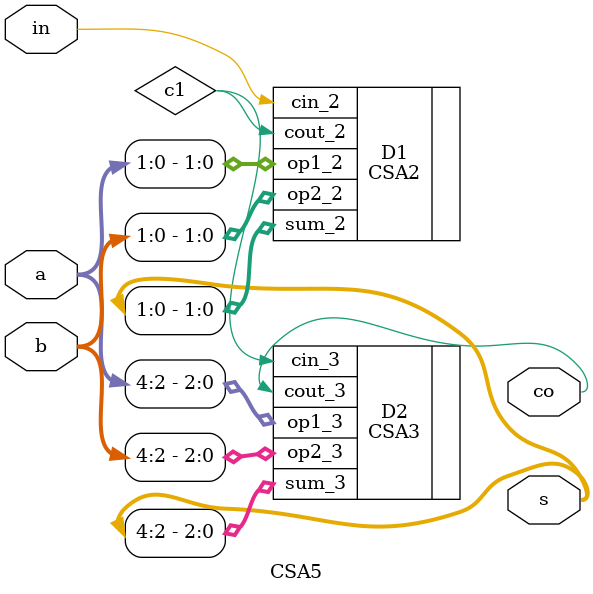
<source format=v>
`timescale 1ns/10ps

module CSA5(s,co,a,b,in);
output [4:0]s;
output co;
input [4:0]a,b;
input in;
wire [4:0]s;
wire c1;

CSA2 D1(.sum_2(s[1:0]),.cout_2(c1),.op1_2(a[1:0]),.op2_2(b[1:0]),.cin_2(in));
CSA3 D2(.sum_3(s[4:2]),.cout_3(co),.op1_3(a[4:2]),.op2_3(b[4:2]),.cin_3(c1));

endmodule


</source>
